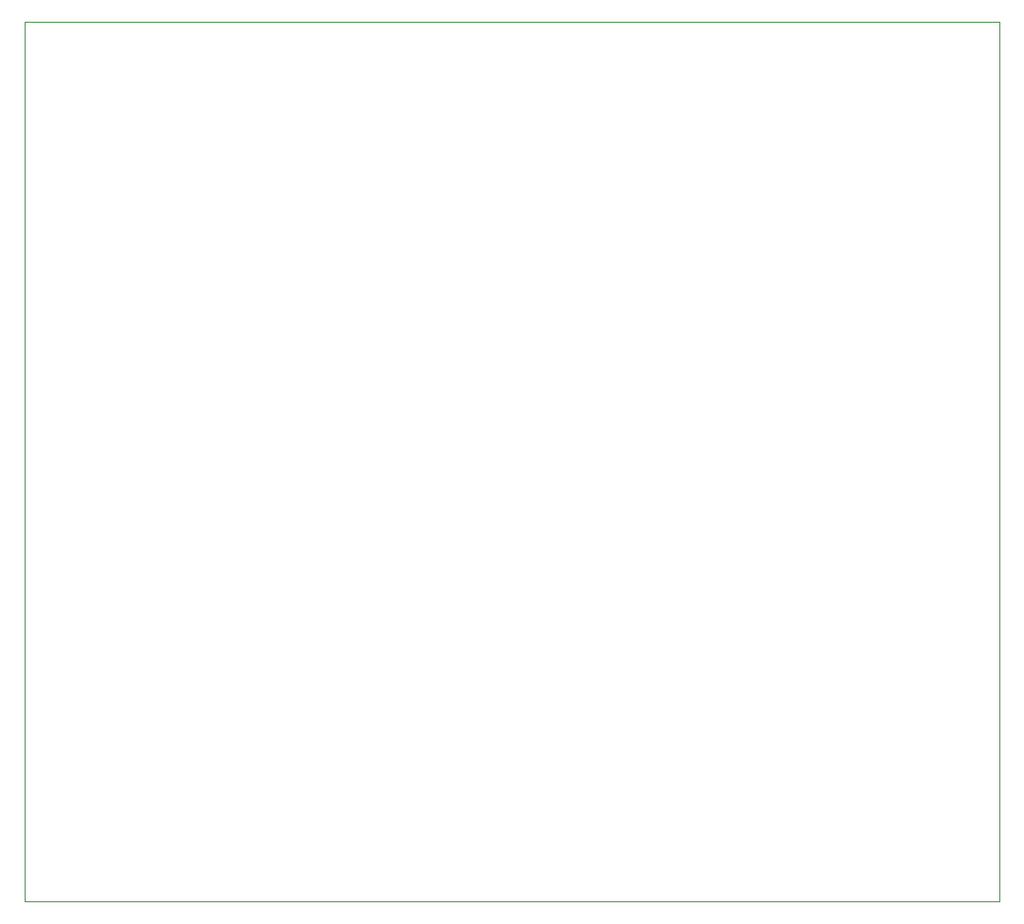
<source format=gm1>
%TF.GenerationSoftware,KiCad,Pcbnew,9.0.5*%
%TF.CreationDate,2025-11-07T22:43:39-08:00*%
%TF.ProjectId,SoftKeyboardController,536f6674-4b65-4796-926f-617264436f6e,v1.5*%
%TF.SameCoordinates,Original*%
%TF.FileFunction,Profile,NP*%
%FSLAX46Y46*%
G04 Gerber Fmt 4.6, Leading zero omitted, Abs format (unit mm)*
G04 Created by KiCad (PCBNEW 9.0.5) date 2025-11-07 22:43:39*
%MOMM*%
%LPD*%
G01*
G04 APERTURE LIST*
%TA.AperFunction,Profile*%
%ADD10C,0.050000*%
%TD*%
G04 APERTURE END LIST*
D10*
X152400000Y-43233000D02*
X239522000Y-43233000D01*
X239522000Y-121920000D01*
X152400000Y-121920000D01*
X152400000Y-43233000D01*
M02*

</source>
